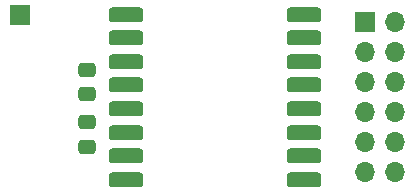
<source format=gbr>
%TF.GenerationSoftware,KiCad,Pcbnew,7.0.1*%
%TF.CreationDate,2023-04-28T09:41:15+02:00*%
%TF.ProjectId,RFM9xW_ANT,52464d39-7857-45f4-914e-542e6b696361,rev?*%
%TF.SameCoordinates,Original*%
%TF.FileFunction,Soldermask,Top*%
%TF.FilePolarity,Negative*%
%FSLAX46Y46*%
G04 Gerber Fmt 4.6, Leading zero omitted, Abs format (unit mm)*
G04 Created by KiCad (PCBNEW 7.0.1) date 2023-04-28 09:41:15*
%MOMM*%
%LPD*%
G01*
G04 APERTURE LIST*
G04 Aperture macros list*
%AMRoundRect*
0 Rectangle with rounded corners*
0 $1 Rounding radius*
0 $2 $3 $4 $5 $6 $7 $8 $9 X,Y pos of 4 corners*
0 Add a 4 corners polygon primitive as box body*
4,1,4,$2,$3,$4,$5,$6,$7,$8,$9,$2,$3,0*
0 Add four circle primitives for the rounded corners*
1,1,$1+$1,$2,$3*
1,1,$1+$1,$4,$5*
1,1,$1+$1,$6,$7*
1,1,$1+$1,$8,$9*
0 Add four rect primitives between the rounded corners*
20,1,$1+$1,$2,$3,$4,$5,0*
20,1,$1+$1,$4,$5,$6,$7,0*
20,1,$1+$1,$6,$7,$8,$9,0*
20,1,$1+$1,$8,$9,$2,$3,0*%
G04 Aperture macros list end*
%ADD10R,1.700000X1.700000*%
%ADD11O,1.700000X1.700000*%
%ADD12RoundRect,0.317500X1.157500X0.317500X-1.157500X0.317500X-1.157500X-0.317500X1.157500X-0.317500X0*%
%ADD13RoundRect,0.250000X0.475000X-0.337500X0.475000X0.337500X-0.475000X0.337500X-0.475000X-0.337500X0*%
%ADD14RoundRect,0.250000X-0.475000X0.337500X-0.475000X-0.337500X0.475000X-0.337500X0.475000X0.337500X0*%
G04 APERTURE END LIST*
D10*
%TO.C,J1*%
X149860000Y-43180000D03*
D11*
X152400000Y-43180000D03*
X149860000Y-45720000D03*
X152400000Y-45720000D03*
X149860000Y-48260000D03*
X152400000Y-48260000D03*
X149860000Y-50800000D03*
X152400000Y-50800000D03*
X149860000Y-53340000D03*
X152400000Y-53340000D03*
X149860000Y-55880000D03*
X152400000Y-55880000D03*
%TD*%
D12*
%TO.C,U1*%
X144685000Y-56530000D03*
X144685000Y-54530000D03*
X144685000Y-52530000D03*
X144685000Y-50530000D03*
X144685000Y-48530000D03*
X144685000Y-46530000D03*
X144685000Y-44530000D03*
X144685000Y-42530000D03*
X129635000Y-42530000D03*
X129635000Y-44530000D03*
X129635000Y-46530000D03*
X129635000Y-48530000D03*
X129635000Y-50530000D03*
X129635000Y-52530000D03*
X129635000Y-54530000D03*
X129635000Y-56530000D03*
%TD*%
D13*
%TO.C,C1*%
X126365000Y-49297500D03*
X126365000Y-47222500D03*
%TD*%
D10*
%TO.C,Je*%
X120650000Y-42530000D03*
%TD*%
D14*
%TO.C,C2*%
X126365000Y-51667500D03*
X126365000Y-53742500D03*
%TD*%
M02*

</source>
